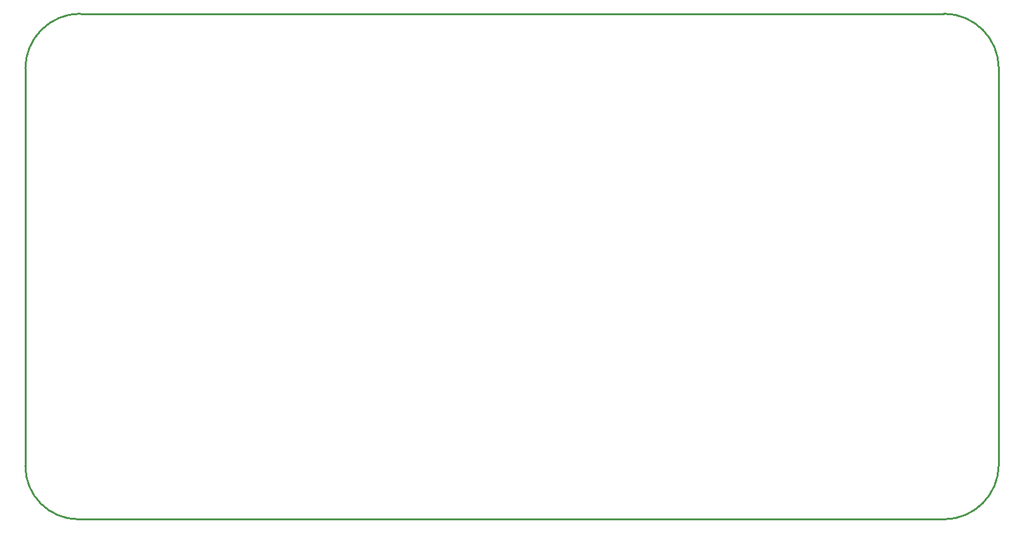
<source format=gko>
G04 Layer_Color=16711935*
%FSLAX25Y25*%
%MOIN*%
G70*
G01*
G75*
%ADD99C,0.01000*%
D99*
X216467Y-110701D02*
G03*
X245336Y-81832I0J28869D01*
G01*
Y126405D02*
G03*
X216467Y155274I-28869J0D01*
G01*
X-236917D02*
G03*
X-265786Y126405I0J-28869D01*
G01*
Y-82718D02*
G03*
X-237831Y-110673I27955J0D01*
G01*
X-237831Y-110691D02*
X216497Y-110671D01*
X245336Y-81832D02*
Y126405D01*
X-236917Y155274D02*
X216467D01*
X-265786Y-82718D02*
Y126405D01*
M02*

</source>
